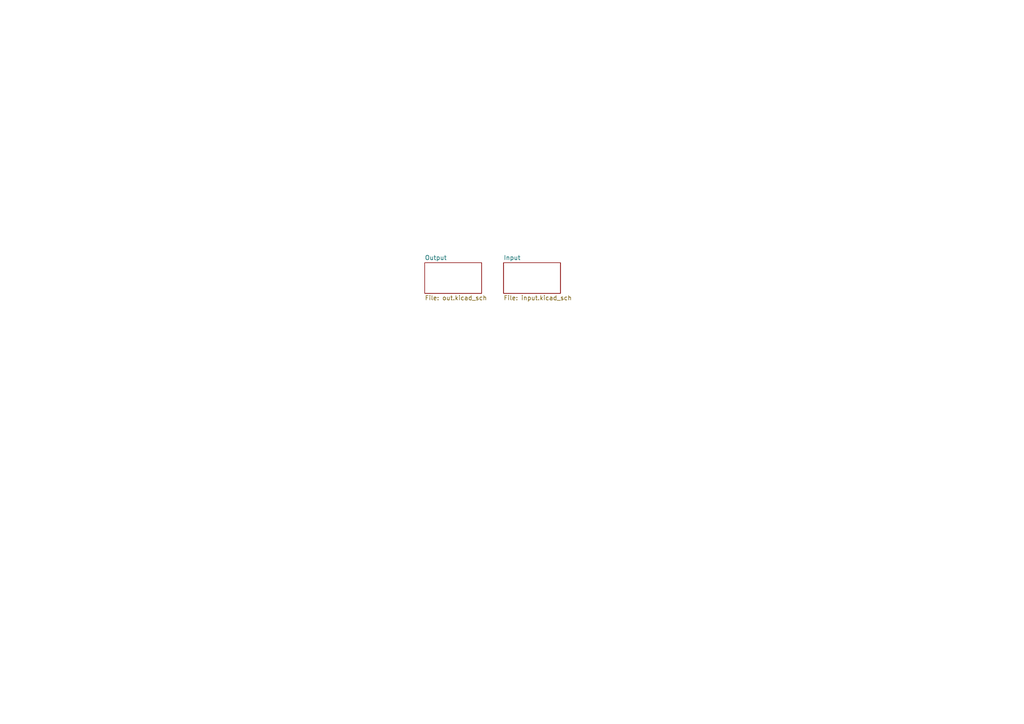
<source format=kicad_sch>
(kicad_sch
	(version 20250114)
	(generator "eeschema")
	(generator_version "9.0")
	(uuid "1bde6a59-a795-47f6-9f49-306cfc91fda8")
	(paper "A4")
	(lib_symbols)
	(sheet
		(at 123.19 76.2)
		(size 16.51 8.89)
		(exclude_from_sim no)
		(in_bom yes)
		(on_board yes)
		(dnp no)
		(fields_autoplaced yes)
		(stroke
			(width 0.1524)
			(type solid)
		)
		(fill
			(color 0 0 0 0.0000)
		)
		(uuid "015caa70-5a41-4e4f-aee3-310cb71f10b8")
		(property "Sheetname" "Output"
			(at 123.19 75.4884 0)
			(effects
				(font
					(size 1.27 1.27)
				)
				(justify left bottom)
			)
		)
		(property "Sheetfile" "out.kicad_sch"
			(at 123.19 85.6746 0)
			(effects
				(font
					(size 1.27 1.27)
				)
				(justify left top)
			)
		)
		(instances
			(project "RT_STACK"
				(path "/aecebbe1-c1e7-4c9e-b2cc-da245269db2e/a92e1ce2-4016-4b36-818d-83ddc1de2076"
					(page "17")
				)
			)
		)
	)
	(sheet
		(at 146.05 76.2)
		(size 16.51 8.89)
		(exclude_from_sim no)
		(in_bom yes)
		(on_board yes)
		(dnp no)
		(fields_autoplaced yes)
		(stroke
			(width 0.1524)
			(type solid)
		)
		(fill
			(color 0 0 0 0.0000)
		)
		(uuid "fc7b9756-4eee-4613-ae55-aac15611333a")
		(property "Sheetname" "Input"
			(at 146.05 75.4884 0)
			(effects
				(font
					(size 1.27 1.27)
				)
				(justify left bottom)
			)
		)
		(property "Sheetfile" "input.kicad_sch"
			(at 146.05 85.6746 0)
			(effects
				(font
					(size 1.27 1.27)
				)
				(justify left top)
			)
		)
		(instances
			(project "RT_STACK"
				(path "/aecebbe1-c1e7-4c9e-b2cc-da245269db2e/a92e1ce2-4016-4b36-818d-83ddc1de2076"
					(page "22")
				)
			)
		)
	)
)

</source>
